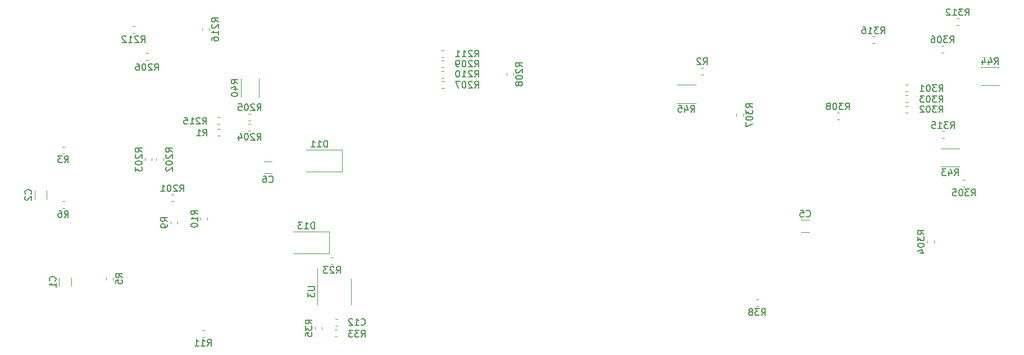
<source format=gbo>
G04 #@! TF.GenerationSoftware,KiCad,Pcbnew,(5.1.4)-1*
G04 #@! TF.CreationDate,2020-04-06T11:46:24-04:00*
G04 #@! TF.ProjectId,AAMB,41414d42-2e6b-4696-9361-645f70636258,rev?*
G04 #@! TF.SameCoordinates,Original*
G04 #@! TF.FileFunction,Legend,Bot*
G04 #@! TF.FilePolarity,Positive*
%FSLAX46Y46*%
G04 Gerber Fmt 4.6, Leading zero omitted, Abs format (unit mm)*
G04 Created by KiCad (PCBNEW (5.1.4)-1) date 2020-04-06 11:46:24*
%MOMM*%
%LPD*%
G04 APERTURE LIST*
%ADD10C,0.120000*%
%ADD11C,0.150000*%
G04 APERTURE END LIST*
D10*
X111144733Y-118556000D02*
X111487267Y-118556000D01*
X111144733Y-117536000D02*
X111487267Y-117536000D01*
X112176000Y-91949000D02*
X106776000Y-91949000D01*
X112176000Y-95249000D02*
X106776000Y-95249000D01*
X112176000Y-91949000D02*
X112176000Y-95249000D01*
X110207000Y-104268000D02*
X110207000Y-107568000D01*
X110207000Y-107568000D02*
X104807000Y-107568000D01*
X110207000Y-104268000D02*
X104807000Y-104268000D01*
X93770267Y-88771000D02*
X93427733Y-88771000D01*
X93770267Y-89791000D02*
X93427733Y-89791000D01*
X69996233Y-92521500D02*
X70338767Y-92521500D01*
X69996233Y-91501500D02*
X70338767Y-91501500D01*
X77662500Y-111550267D02*
X77662500Y-111207733D01*
X76642500Y-111550267D02*
X76642500Y-111207733D01*
X86332600Y-102762733D02*
X86332600Y-103105267D01*
X87352600Y-102762733D02*
X87352600Y-103105267D01*
X91886500Y-102176733D02*
X91886500Y-102519267D01*
X90866500Y-102176733D02*
X90866500Y-102519267D01*
X110508733Y-109222000D02*
X110851267Y-109222000D01*
X110508733Y-108202000D02*
X110851267Y-108202000D01*
X111423267Y-120144000D02*
X111080733Y-120144000D01*
X111423267Y-119124000D02*
X111080733Y-119124000D01*
X109158000Y-119043267D02*
X109158000Y-118700733D01*
X108138000Y-119043267D02*
X108138000Y-118700733D01*
X174580733Y-114552000D02*
X174923267Y-114552000D01*
X174580733Y-115572000D02*
X174923267Y-115572000D01*
X86456733Y-98740500D02*
X86799267Y-98740500D01*
X86456733Y-99760500D02*
X86799267Y-99760500D01*
X85219000Y-93593767D02*
X85219000Y-93251233D01*
X84199000Y-93593767D02*
X84199000Y-93251233D01*
X82484500Y-93251233D02*
X82484500Y-93593767D01*
X83504500Y-93251233D02*
X83504500Y-93593767D01*
X98077233Y-88072500D02*
X98419767Y-88072500D01*
X98077233Y-89092500D02*
X98419767Y-89092500D01*
X98419767Y-86485000D02*
X98077233Y-86485000D01*
X98419767Y-87505000D02*
X98077233Y-87505000D01*
X82646733Y-78424500D02*
X82989267Y-78424500D01*
X82646733Y-77404500D02*
X82989267Y-77404500D01*
X127552267Y-81595500D02*
X127209733Y-81595500D01*
X127552267Y-82615500D02*
X127209733Y-82615500D01*
X127538267Y-79504000D02*
X127195733Y-79504000D01*
X127538267Y-78484000D02*
X127195733Y-78484000D01*
X127195733Y-81091500D02*
X127538267Y-81091500D01*
X127195733Y-80071500D02*
X127538267Y-80071500D01*
X127160733Y-76960000D02*
X127503267Y-76960000D01*
X127160733Y-77980000D02*
X127503267Y-77980000D01*
X80600733Y-73340500D02*
X80943267Y-73340500D01*
X80600733Y-74360500D02*
X80943267Y-74360500D01*
X93756267Y-86993000D02*
X93413733Y-86993000D01*
X93756267Y-88013000D02*
X93413733Y-88013000D01*
X91120500Y-73944267D02*
X91120500Y-73601733D01*
X92140500Y-73944267D02*
X92140500Y-73601733D01*
X197465267Y-84736400D02*
X197122733Y-84736400D01*
X197465267Y-83716400D02*
X197122733Y-83716400D01*
X197479267Y-86362000D02*
X197136733Y-86362000D01*
X197479267Y-85342000D02*
X197136733Y-85342000D01*
X197122733Y-82116200D02*
X197465267Y-82116200D01*
X197122733Y-83136200D02*
X197465267Y-83136200D01*
X201424000Y-105682733D02*
X201424000Y-106025267D01*
X200404000Y-105682733D02*
X200404000Y-106025267D01*
X205758733Y-97538000D02*
X206101267Y-97538000D01*
X205758733Y-96518000D02*
X206101267Y-96518000D01*
X202877267Y-76261500D02*
X202534733Y-76261500D01*
X202877267Y-77281500D02*
X202534733Y-77281500D01*
X205163267Y-73154000D02*
X204820733Y-73154000D01*
X205163267Y-72134000D02*
X204820733Y-72134000D01*
X202622333Y-90172000D02*
X202964867Y-90172000D01*
X202622333Y-89152000D02*
X202964867Y-89152000D01*
X192449267Y-75884500D02*
X192106733Y-75884500D01*
X192449267Y-74864500D02*
X192106733Y-74864500D01*
X108438000Y-113348000D02*
X108438000Y-109898000D01*
X108438000Y-113348000D02*
X108438000Y-115298000D01*
X113558000Y-113348000D02*
X113558000Y-111398000D01*
X113558000Y-113348000D02*
X113558000Y-115298000D01*
X166619267Y-80583500D02*
X166276733Y-80583500D01*
X166619267Y-79563500D02*
X166276733Y-79563500D01*
X69996233Y-99756000D02*
X70338767Y-99756000D01*
X69996233Y-100776000D02*
X70338767Y-100776000D01*
X69511500Y-111284936D02*
X69511500Y-112489064D01*
X71331500Y-111284936D02*
X71331500Y-112489064D01*
X67648500Y-98167436D02*
X67648500Y-99371564D01*
X65828500Y-98167436D02*
X65828500Y-99371564D01*
X137988000Y-80689267D02*
X137988000Y-80346733D01*
X136968000Y-80689267D02*
X136968000Y-80346733D01*
X91078233Y-119188000D02*
X91420767Y-119188000D01*
X91078233Y-120208000D02*
X91420767Y-120208000D01*
X211256164Y-82233600D02*
X208452036Y-82233600D01*
X211256164Y-79513600D02*
X208452036Y-79513600D01*
X202458336Y-91756400D02*
X205262464Y-91756400D01*
X202458336Y-94476400D02*
X205262464Y-94476400D01*
X99658000Y-81211436D02*
X99658000Y-84015564D01*
X96938000Y-81211436D02*
X96938000Y-84015564D01*
X182593064Y-104352000D02*
X181388936Y-104352000D01*
X182593064Y-102532000D02*
X181388936Y-102532000D01*
X100399936Y-95525000D02*
X101604064Y-95525000D01*
X100399936Y-93705000D02*
X101604064Y-93705000D01*
X162681936Y-82155200D02*
X165486064Y-82155200D01*
X162681936Y-84875200D02*
X165486064Y-84875200D01*
X172671200Y-86875467D02*
X172671200Y-86532933D01*
X171651200Y-86875467D02*
X171651200Y-86532933D01*
X187115267Y-87378000D02*
X186772733Y-87378000D01*
X187115267Y-86358000D02*
X186772733Y-86358000D01*
D11*
X115069857Y-118340142D02*
X115117476Y-118387761D01*
X115260333Y-118435380D01*
X115355571Y-118435380D01*
X115498428Y-118387761D01*
X115593666Y-118292523D01*
X115641285Y-118197285D01*
X115688904Y-118006809D01*
X115688904Y-117863952D01*
X115641285Y-117673476D01*
X115593666Y-117578238D01*
X115498428Y-117483000D01*
X115355571Y-117435380D01*
X115260333Y-117435380D01*
X115117476Y-117483000D01*
X115069857Y-117530619D01*
X114117476Y-118435380D02*
X114688904Y-118435380D01*
X114403190Y-118435380D02*
X114403190Y-117435380D01*
X114498428Y-117578238D01*
X114593666Y-117673476D01*
X114688904Y-117721095D01*
X113736523Y-117530619D02*
X113688904Y-117483000D01*
X113593666Y-117435380D01*
X113355571Y-117435380D01*
X113260333Y-117483000D01*
X113212714Y-117530619D01*
X113165095Y-117625857D01*
X113165095Y-117721095D01*
X113212714Y-117863952D01*
X113784142Y-118435380D01*
X113165095Y-118435380D01*
X109990285Y-91551380D02*
X109990285Y-90551380D01*
X109752190Y-90551380D01*
X109609333Y-90599000D01*
X109514095Y-90694238D01*
X109466476Y-90789476D01*
X109418857Y-90979952D01*
X109418857Y-91122809D01*
X109466476Y-91313285D01*
X109514095Y-91408523D01*
X109609333Y-91503761D01*
X109752190Y-91551380D01*
X109990285Y-91551380D01*
X108466476Y-91551380D02*
X109037904Y-91551380D01*
X108752190Y-91551380D02*
X108752190Y-90551380D01*
X108847428Y-90694238D01*
X108942666Y-90789476D01*
X109037904Y-90837095D01*
X107514095Y-91551380D02*
X108085523Y-91551380D01*
X107799809Y-91551380D02*
X107799809Y-90551380D01*
X107895047Y-90694238D01*
X107990285Y-90789476D01*
X108085523Y-90837095D01*
X108021285Y-103870380D02*
X108021285Y-102870380D01*
X107783190Y-102870380D01*
X107640333Y-102918000D01*
X107545095Y-103013238D01*
X107497476Y-103108476D01*
X107449857Y-103298952D01*
X107449857Y-103441809D01*
X107497476Y-103632285D01*
X107545095Y-103727523D01*
X107640333Y-103822761D01*
X107783190Y-103870380D01*
X108021285Y-103870380D01*
X106497476Y-103870380D02*
X107068904Y-103870380D01*
X106783190Y-103870380D02*
X106783190Y-102870380D01*
X106878428Y-103013238D01*
X106973666Y-103108476D01*
X107068904Y-103156095D01*
X106164142Y-102870380D02*
X105545095Y-102870380D01*
X105878428Y-103251333D01*
X105735571Y-103251333D01*
X105640333Y-103298952D01*
X105592714Y-103346571D01*
X105545095Y-103441809D01*
X105545095Y-103679904D01*
X105592714Y-103775142D01*
X105640333Y-103822761D01*
X105735571Y-103870380D01*
X106021285Y-103870380D01*
X106116523Y-103822761D01*
X106164142Y-103775142D01*
X91225666Y-89860380D02*
X91559000Y-89384190D01*
X91797095Y-89860380D02*
X91797095Y-88860380D01*
X91416142Y-88860380D01*
X91320904Y-88908000D01*
X91273285Y-88955619D01*
X91225666Y-89050857D01*
X91225666Y-89193714D01*
X91273285Y-89288952D01*
X91320904Y-89336571D01*
X91416142Y-89384190D01*
X91797095Y-89384190D01*
X90273285Y-89860380D02*
X90844714Y-89860380D01*
X90559000Y-89860380D02*
X90559000Y-88860380D01*
X90654238Y-89003238D01*
X90749476Y-89098476D01*
X90844714Y-89146095D01*
X70334166Y-93893880D02*
X70667500Y-93417690D01*
X70905595Y-93893880D02*
X70905595Y-92893880D01*
X70524642Y-92893880D01*
X70429404Y-92941500D01*
X70381785Y-92989119D01*
X70334166Y-93084357D01*
X70334166Y-93227214D01*
X70381785Y-93322452D01*
X70429404Y-93370071D01*
X70524642Y-93417690D01*
X70905595Y-93417690D01*
X70000833Y-92893880D02*
X69381785Y-92893880D01*
X69715119Y-93274833D01*
X69572261Y-93274833D01*
X69477023Y-93322452D01*
X69429404Y-93370071D01*
X69381785Y-93465309D01*
X69381785Y-93703404D01*
X69429404Y-93798642D01*
X69477023Y-93846261D01*
X69572261Y-93893880D01*
X69857976Y-93893880D01*
X69953214Y-93846261D01*
X70000833Y-93798642D01*
X79034880Y-111212333D02*
X78558690Y-110879000D01*
X79034880Y-110640904D02*
X78034880Y-110640904D01*
X78034880Y-111021857D01*
X78082500Y-111117095D01*
X78130119Y-111164714D01*
X78225357Y-111212333D01*
X78368214Y-111212333D01*
X78463452Y-111164714D01*
X78511071Y-111117095D01*
X78558690Y-111021857D01*
X78558690Y-110640904D01*
X78034880Y-112117095D02*
X78034880Y-111640904D01*
X78511071Y-111593285D01*
X78463452Y-111640904D01*
X78415833Y-111736142D01*
X78415833Y-111974238D01*
X78463452Y-112069476D01*
X78511071Y-112117095D01*
X78606309Y-112164714D01*
X78844404Y-112164714D01*
X78939642Y-112117095D01*
X78987261Y-112069476D01*
X79034880Y-111974238D01*
X79034880Y-111736142D01*
X78987261Y-111640904D01*
X78939642Y-111593285D01*
X85864980Y-102767333D02*
X85388790Y-102434000D01*
X85864980Y-102195904D02*
X84864980Y-102195904D01*
X84864980Y-102576857D01*
X84912600Y-102672095D01*
X84960219Y-102719714D01*
X85055457Y-102767333D01*
X85198314Y-102767333D01*
X85293552Y-102719714D01*
X85341171Y-102672095D01*
X85388790Y-102576857D01*
X85388790Y-102195904D01*
X85864980Y-103243523D02*
X85864980Y-103434000D01*
X85817361Y-103529238D01*
X85769742Y-103576857D01*
X85626885Y-103672095D01*
X85436409Y-103719714D01*
X85055457Y-103719714D01*
X84960219Y-103672095D01*
X84912600Y-103624476D01*
X84864980Y-103529238D01*
X84864980Y-103338761D01*
X84912600Y-103243523D01*
X84960219Y-103195904D01*
X85055457Y-103148285D01*
X85293552Y-103148285D01*
X85388790Y-103195904D01*
X85436409Y-103243523D01*
X85484028Y-103338761D01*
X85484028Y-103529238D01*
X85436409Y-103624476D01*
X85388790Y-103672095D01*
X85293552Y-103719714D01*
X90398880Y-101705142D02*
X89922690Y-101371809D01*
X90398880Y-101133714D02*
X89398880Y-101133714D01*
X89398880Y-101514666D01*
X89446500Y-101609904D01*
X89494119Y-101657523D01*
X89589357Y-101705142D01*
X89732214Y-101705142D01*
X89827452Y-101657523D01*
X89875071Y-101609904D01*
X89922690Y-101514666D01*
X89922690Y-101133714D01*
X90398880Y-102657523D02*
X90398880Y-102086095D01*
X90398880Y-102371809D02*
X89398880Y-102371809D01*
X89541738Y-102276571D01*
X89636976Y-102181333D01*
X89684595Y-102086095D01*
X89398880Y-103276571D02*
X89398880Y-103371809D01*
X89446500Y-103467047D01*
X89494119Y-103514666D01*
X89589357Y-103562285D01*
X89779833Y-103609904D01*
X90017928Y-103609904D01*
X90208404Y-103562285D01*
X90303642Y-103514666D01*
X90351261Y-103467047D01*
X90398880Y-103371809D01*
X90398880Y-103276571D01*
X90351261Y-103181333D01*
X90303642Y-103133714D01*
X90208404Y-103086095D01*
X90017928Y-103038476D01*
X89779833Y-103038476D01*
X89589357Y-103086095D01*
X89494119Y-103133714D01*
X89446500Y-103181333D01*
X89398880Y-103276571D01*
X111322857Y-110594380D02*
X111656190Y-110118190D01*
X111894285Y-110594380D02*
X111894285Y-109594380D01*
X111513333Y-109594380D01*
X111418095Y-109642000D01*
X111370476Y-109689619D01*
X111322857Y-109784857D01*
X111322857Y-109927714D01*
X111370476Y-110022952D01*
X111418095Y-110070571D01*
X111513333Y-110118190D01*
X111894285Y-110118190D01*
X110941904Y-109689619D02*
X110894285Y-109642000D01*
X110799047Y-109594380D01*
X110560952Y-109594380D01*
X110465714Y-109642000D01*
X110418095Y-109689619D01*
X110370476Y-109784857D01*
X110370476Y-109880095D01*
X110418095Y-110022952D01*
X110989523Y-110594380D01*
X110370476Y-110594380D01*
X110037142Y-109594380D02*
X109418095Y-109594380D01*
X109751428Y-109975333D01*
X109608571Y-109975333D01*
X109513333Y-110022952D01*
X109465714Y-110070571D01*
X109418095Y-110165809D01*
X109418095Y-110403904D01*
X109465714Y-110499142D01*
X109513333Y-110546761D01*
X109608571Y-110594380D01*
X109894285Y-110594380D01*
X109989523Y-110546761D01*
X110037142Y-110499142D01*
X115069857Y-120213380D02*
X115403190Y-119737190D01*
X115641285Y-120213380D02*
X115641285Y-119213380D01*
X115260333Y-119213380D01*
X115165095Y-119261000D01*
X115117476Y-119308619D01*
X115069857Y-119403857D01*
X115069857Y-119546714D01*
X115117476Y-119641952D01*
X115165095Y-119689571D01*
X115260333Y-119737190D01*
X115641285Y-119737190D01*
X114736523Y-119213380D02*
X114117476Y-119213380D01*
X114450809Y-119594333D01*
X114307952Y-119594333D01*
X114212714Y-119641952D01*
X114165095Y-119689571D01*
X114117476Y-119784809D01*
X114117476Y-120022904D01*
X114165095Y-120118142D01*
X114212714Y-120165761D01*
X114307952Y-120213380D01*
X114593666Y-120213380D01*
X114688904Y-120165761D01*
X114736523Y-120118142D01*
X113784142Y-119213380D02*
X113165095Y-119213380D01*
X113498428Y-119594333D01*
X113355571Y-119594333D01*
X113260333Y-119641952D01*
X113212714Y-119689571D01*
X113165095Y-119784809D01*
X113165095Y-120022904D01*
X113212714Y-120118142D01*
X113260333Y-120165761D01*
X113355571Y-120213380D01*
X113641285Y-120213380D01*
X113736523Y-120165761D01*
X113784142Y-120118142D01*
X107640380Y-118229142D02*
X107164190Y-117895809D01*
X107640380Y-117657714D02*
X106640380Y-117657714D01*
X106640380Y-118038666D01*
X106688000Y-118133904D01*
X106735619Y-118181523D01*
X106830857Y-118229142D01*
X106973714Y-118229142D01*
X107068952Y-118181523D01*
X107116571Y-118133904D01*
X107164190Y-118038666D01*
X107164190Y-117657714D01*
X106640380Y-118562476D02*
X106640380Y-119181523D01*
X107021333Y-118848190D01*
X107021333Y-118991047D01*
X107068952Y-119086285D01*
X107116571Y-119133904D01*
X107211809Y-119181523D01*
X107449904Y-119181523D01*
X107545142Y-119133904D01*
X107592761Y-119086285D01*
X107640380Y-118991047D01*
X107640380Y-118705333D01*
X107592761Y-118610095D01*
X107545142Y-118562476D01*
X106640380Y-120086285D02*
X106640380Y-119610095D01*
X107116571Y-119562476D01*
X107068952Y-119610095D01*
X107021333Y-119705333D01*
X107021333Y-119943428D01*
X107068952Y-120038666D01*
X107116571Y-120086285D01*
X107211809Y-120133904D01*
X107449904Y-120133904D01*
X107545142Y-120086285D01*
X107592761Y-120038666D01*
X107640380Y-119943428D01*
X107640380Y-119705333D01*
X107592761Y-119610095D01*
X107545142Y-119562476D01*
X175394857Y-116944380D02*
X175728190Y-116468190D01*
X175966285Y-116944380D02*
X175966285Y-115944380D01*
X175585333Y-115944380D01*
X175490095Y-115992000D01*
X175442476Y-116039619D01*
X175394857Y-116134857D01*
X175394857Y-116277714D01*
X175442476Y-116372952D01*
X175490095Y-116420571D01*
X175585333Y-116468190D01*
X175966285Y-116468190D01*
X175061523Y-115944380D02*
X174442476Y-115944380D01*
X174775809Y-116325333D01*
X174632952Y-116325333D01*
X174537714Y-116372952D01*
X174490095Y-116420571D01*
X174442476Y-116515809D01*
X174442476Y-116753904D01*
X174490095Y-116849142D01*
X174537714Y-116896761D01*
X174632952Y-116944380D01*
X174918666Y-116944380D01*
X175013904Y-116896761D01*
X175061523Y-116849142D01*
X173871047Y-116372952D02*
X173966285Y-116325333D01*
X174013904Y-116277714D01*
X174061523Y-116182476D01*
X174061523Y-116134857D01*
X174013904Y-116039619D01*
X173966285Y-115992000D01*
X173871047Y-115944380D01*
X173680571Y-115944380D01*
X173585333Y-115992000D01*
X173537714Y-116039619D01*
X173490095Y-116134857D01*
X173490095Y-116182476D01*
X173537714Y-116277714D01*
X173585333Y-116325333D01*
X173680571Y-116372952D01*
X173871047Y-116372952D01*
X173966285Y-116420571D01*
X174013904Y-116468190D01*
X174061523Y-116563428D01*
X174061523Y-116753904D01*
X174013904Y-116849142D01*
X173966285Y-116896761D01*
X173871047Y-116944380D01*
X173680571Y-116944380D01*
X173585333Y-116896761D01*
X173537714Y-116849142D01*
X173490095Y-116753904D01*
X173490095Y-116563428D01*
X173537714Y-116468190D01*
X173585333Y-116420571D01*
X173680571Y-116372952D01*
X87733047Y-98242380D02*
X88066380Y-97766190D01*
X88304476Y-98242380D02*
X88304476Y-97242380D01*
X87923523Y-97242380D01*
X87828285Y-97290000D01*
X87780666Y-97337619D01*
X87733047Y-97432857D01*
X87733047Y-97575714D01*
X87780666Y-97670952D01*
X87828285Y-97718571D01*
X87923523Y-97766190D01*
X88304476Y-97766190D01*
X87352095Y-97337619D02*
X87304476Y-97290000D01*
X87209238Y-97242380D01*
X86971142Y-97242380D01*
X86875904Y-97290000D01*
X86828285Y-97337619D01*
X86780666Y-97432857D01*
X86780666Y-97528095D01*
X86828285Y-97670952D01*
X87399714Y-98242380D01*
X86780666Y-98242380D01*
X86161619Y-97242380D02*
X86066380Y-97242380D01*
X85971142Y-97290000D01*
X85923523Y-97337619D01*
X85875904Y-97432857D01*
X85828285Y-97623333D01*
X85828285Y-97861428D01*
X85875904Y-98051904D01*
X85923523Y-98147142D01*
X85971142Y-98194761D01*
X86066380Y-98242380D01*
X86161619Y-98242380D01*
X86256857Y-98194761D01*
X86304476Y-98147142D01*
X86352095Y-98051904D01*
X86399714Y-97861428D01*
X86399714Y-97623333D01*
X86352095Y-97432857D01*
X86304476Y-97337619D01*
X86256857Y-97290000D01*
X86161619Y-97242380D01*
X84875904Y-98242380D02*
X85447333Y-98242380D01*
X85161619Y-98242380D02*
X85161619Y-97242380D01*
X85256857Y-97385238D01*
X85352095Y-97480476D01*
X85447333Y-97528095D01*
X86591380Y-92303452D02*
X86115190Y-91970119D01*
X86591380Y-91732023D02*
X85591380Y-91732023D01*
X85591380Y-92112976D01*
X85639000Y-92208214D01*
X85686619Y-92255833D01*
X85781857Y-92303452D01*
X85924714Y-92303452D01*
X86019952Y-92255833D01*
X86067571Y-92208214D01*
X86115190Y-92112976D01*
X86115190Y-91732023D01*
X85686619Y-92684404D02*
X85639000Y-92732023D01*
X85591380Y-92827261D01*
X85591380Y-93065357D01*
X85639000Y-93160595D01*
X85686619Y-93208214D01*
X85781857Y-93255833D01*
X85877095Y-93255833D01*
X86019952Y-93208214D01*
X86591380Y-92636785D01*
X86591380Y-93255833D01*
X85591380Y-93874880D02*
X85591380Y-93970119D01*
X85639000Y-94065357D01*
X85686619Y-94112976D01*
X85781857Y-94160595D01*
X85972333Y-94208214D01*
X86210428Y-94208214D01*
X86400904Y-94160595D01*
X86496142Y-94112976D01*
X86543761Y-94065357D01*
X86591380Y-93970119D01*
X86591380Y-93874880D01*
X86543761Y-93779642D01*
X86496142Y-93732023D01*
X86400904Y-93684404D01*
X86210428Y-93636785D01*
X85972333Y-93636785D01*
X85781857Y-93684404D01*
X85686619Y-93732023D01*
X85639000Y-93779642D01*
X85591380Y-93874880D01*
X85686619Y-94589166D02*
X85639000Y-94636785D01*
X85591380Y-94732023D01*
X85591380Y-94970119D01*
X85639000Y-95065357D01*
X85686619Y-95112976D01*
X85781857Y-95160595D01*
X85877095Y-95160595D01*
X86019952Y-95112976D01*
X86591380Y-94541547D01*
X86591380Y-95160595D01*
X82016880Y-92303452D02*
X81540690Y-91970119D01*
X82016880Y-91732023D02*
X81016880Y-91732023D01*
X81016880Y-92112976D01*
X81064500Y-92208214D01*
X81112119Y-92255833D01*
X81207357Y-92303452D01*
X81350214Y-92303452D01*
X81445452Y-92255833D01*
X81493071Y-92208214D01*
X81540690Y-92112976D01*
X81540690Y-91732023D01*
X81112119Y-92684404D02*
X81064500Y-92732023D01*
X81016880Y-92827261D01*
X81016880Y-93065357D01*
X81064500Y-93160595D01*
X81112119Y-93208214D01*
X81207357Y-93255833D01*
X81302595Y-93255833D01*
X81445452Y-93208214D01*
X82016880Y-92636785D01*
X82016880Y-93255833D01*
X81016880Y-93874880D02*
X81016880Y-93970119D01*
X81064500Y-94065357D01*
X81112119Y-94112976D01*
X81207357Y-94160595D01*
X81397833Y-94208214D01*
X81635928Y-94208214D01*
X81826404Y-94160595D01*
X81921642Y-94112976D01*
X81969261Y-94065357D01*
X82016880Y-93970119D01*
X82016880Y-93874880D01*
X81969261Y-93779642D01*
X81921642Y-93732023D01*
X81826404Y-93684404D01*
X81635928Y-93636785D01*
X81397833Y-93636785D01*
X81207357Y-93684404D01*
X81112119Y-93732023D01*
X81064500Y-93779642D01*
X81016880Y-93874880D01*
X81016880Y-94541547D02*
X81016880Y-95160595D01*
X81397833Y-94827261D01*
X81397833Y-94970119D01*
X81445452Y-95065357D01*
X81493071Y-95112976D01*
X81588309Y-95160595D01*
X81826404Y-95160595D01*
X81921642Y-95112976D01*
X81969261Y-95065357D01*
X82016880Y-94970119D01*
X82016880Y-94684404D01*
X81969261Y-94589166D01*
X81921642Y-94541547D01*
X99367547Y-90464880D02*
X99700880Y-89988690D01*
X99938976Y-90464880D02*
X99938976Y-89464880D01*
X99558023Y-89464880D01*
X99462785Y-89512500D01*
X99415166Y-89560119D01*
X99367547Y-89655357D01*
X99367547Y-89798214D01*
X99415166Y-89893452D01*
X99462785Y-89941071D01*
X99558023Y-89988690D01*
X99938976Y-89988690D01*
X98986595Y-89560119D02*
X98938976Y-89512500D01*
X98843738Y-89464880D01*
X98605642Y-89464880D01*
X98510404Y-89512500D01*
X98462785Y-89560119D01*
X98415166Y-89655357D01*
X98415166Y-89750595D01*
X98462785Y-89893452D01*
X99034214Y-90464880D01*
X98415166Y-90464880D01*
X97796119Y-89464880D02*
X97700880Y-89464880D01*
X97605642Y-89512500D01*
X97558023Y-89560119D01*
X97510404Y-89655357D01*
X97462785Y-89845833D01*
X97462785Y-90083928D01*
X97510404Y-90274404D01*
X97558023Y-90369642D01*
X97605642Y-90417261D01*
X97700880Y-90464880D01*
X97796119Y-90464880D01*
X97891357Y-90417261D01*
X97938976Y-90369642D01*
X97986595Y-90274404D01*
X98034214Y-90083928D01*
X98034214Y-89845833D01*
X97986595Y-89655357D01*
X97938976Y-89560119D01*
X97891357Y-89512500D01*
X97796119Y-89464880D01*
X96605642Y-89798214D02*
X96605642Y-90464880D01*
X96843738Y-89417261D02*
X97081833Y-90131547D01*
X96462785Y-90131547D01*
X99367547Y-86017380D02*
X99700880Y-85541190D01*
X99938976Y-86017380D02*
X99938976Y-85017380D01*
X99558023Y-85017380D01*
X99462785Y-85065000D01*
X99415166Y-85112619D01*
X99367547Y-85207857D01*
X99367547Y-85350714D01*
X99415166Y-85445952D01*
X99462785Y-85493571D01*
X99558023Y-85541190D01*
X99938976Y-85541190D01*
X98986595Y-85112619D02*
X98938976Y-85065000D01*
X98843738Y-85017380D01*
X98605642Y-85017380D01*
X98510404Y-85065000D01*
X98462785Y-85112619D01*
X98415166Y-85207857D01*
X98415166Y-85303095D01*
X98462785Y-85445952D01*
X99034214Y-86017380D01*
X98415166Y-86017380D01*
X97796119Y-85017380D02*
X97700880Y-85017380D01*
X97605642Y-85065000D01*
X97558023Y-85112619D01*
X97510404Y-85207857D01*
X97462785Y-85398333D01*
X97462785Y-85636428D01*
X97510404Y-85826904D01*
X97558023Y-85922142D01*
X97605642Y-85969761D01*
X97700880Y-86017380D01*
X97796119Y-86017380D01*
X97891357Y-85969761D01*
X97938976Y-85922142D01*
X97986595Y-85826904D01*
X98034214Y-85636428D01*
X98034214Y-85398333D01*
X97986595Y-85207857D01*
X97938976Y-85112619D01*
X97891357Y-85065000D01*
X97796119Y-85017380D01*
X96558023Y-85017380D02*
X97034214Y-85017380D01*
X97081833Y-85493571D01*
X97034214Y-85445952D01*
X96938976Y-85398333D01*
X96700880Y-85398333D01*
X96605642Y-85445952D01*
X96558023Y-85493571D01*
X96510404Y-85588809D01*
X96510404Y-85826904D01*
X96558023Y-85922142D01*
X96605642Y-85969761D01*
X96700880Y-86017380D01*
X96938976Y-86017380D01*
X97034214Y-85969761D01*
X97081833Y-85922142D01*
X83923047Y-79954380D02*
X84256380Y-79478190D01*
X84494476Y-79954380D02*
X84494476Y-78954380D01*
X84113523Y-78954380D01*
X84018285Y-79002000D01*
X83970666Y-79049619D01*
X83923047Y-79144857D01*
X83923047Y-79287714D01*
X83970666Y-79382952D01*
X84018285Y-79430571D01*
X84113523Y-79478190D01*
X84494476Y-79478190D01*
X83542095Y-79049619D02*
X83494476Y-79002000D01*
X83399238Y-78954380D01*
X83161142Y-78954380D01*
X83065904Y-79002000D01*
X83018285Y-79049619D01*
X82970666Y-79144857D01*
X82970666Y-79240095D01*
X83018285Y-79382952D01*
X83589714Y-79954380D01*
X82970666Y-79954380D01*
X82351619Y-78954380D02*
X82256380Y-78954380D01*
X82161142Y-79002000D01*
X82113523Y-79049619D01*
X82065904Y-79144857D01*
X82018285Y-79335333D01*
X82018285Y-79573428D01*
X82065904Y-79763904D01*
X82113523Y-79859142D01*
X82161142Y-79906761D01*
X82256380Y-79954380D01*
X82351619Y-79954380D01*
X82446857Y-79906761D01*
X82494476Y-79859142D01*
X82542095Y-79763904D01*
X82589714Y-79573428D01*
X82589714Y-79335333D01*
X82542095Y-79144857D01*
X82494476Y-79049619D01*
X82446857Y-79002000D01*
X82351619Y-78954380D01*
X81161142Y-78954380D02*
X81351619Y-78954380D01*
X81446857Y-79002000D01*
X81494476Y-79049619D01*
X81589714Y-79192476D01*
X81637333Y-79382952D01*
X81637333Y-79763904D01*
X81589714Y-79859142D01*
X81542095Y-79906761D01*
X81446857Y-79954380D01*
X81256380Y-79954380D01*
X81161142Y-79906761D01*
X81113523Y-79859142D01*
X81065904Y-79763904D01*
X81065904Y-79525809D01*
X81113523Y-79430571D01*
X81161142Y-79382952D01*
X81256380Y-79335333D01*
X81446857Y-79335333D01*
X81542095Y-79382952D01*
X81589714Y-79430571D01*
X81637333Y-79525809D01*
X132183047Y-82621380D02*
X132516380Y-82145190D01*
X132754476Y-82621380D02*
X132754476Y-81621380D01*
X132373523Y-81621380D01*
X132278285Y-81669000D01*
X132230666Y-81716619D01*
X132183047Y-81811857D01*
X132183047Y-81954714D01*
X132230666Y-82049952D01*
X132278285Y-82097571D01*
X132373523Y-82145190D01*
X132754476Y-82145190D01*
X131802095Y-81716619D02*
X131754476Y-81669000D01*
X131659238Y-81621380D01*
X131421142Y-81621380D01*
X131325904Y-81669000D01*
X131278285Y-81716619D01*
X131230666Y-81811857D01*
X131230666Y-81907095D01*
X131278285Y-82049952D01*
X131849714Y-82621380D01*
X131230666Y-82621380D01*
X130611619Y-81621380D02*
X130516380Y-81621380D01*
X130421142Y-81669000D01*
X130373523Y-81716619D01*
X130325904Y-81811857D01*
X130278285Y-82002333D01*
X130278285Y-82240428D01*
X130325904Y-82430904D01*
X130373523Y-82526142D01*
X130421142Y-82573761D01*
X130516380Y-82621380D01*
X130611619Y-82621380D01*
X130706857Y-82573761D01*
X130754476Y-82526142D01*
X130802095Y-82430904D01*
X130849714Y-82240428D01*
X130849714Y-82002333D01*
X130802095Y-81811857D01*
X130754476Y-81716619D01*
X130706857Y-81669000D01*
X130611619Y-81621380D01*
X129944952Y-81621380D02*
X129278285Y-81621380D01*
X129706857Y-82621380D01*
X132183047Y-79446380D02*
X132516380Y-78970190D01*
X132754476Y-79446380D02*
X132754476Y-78446380D01*
X132373523Y-78446380D01*
X132278285Y-78494000D01*
X132230666Y-78541619D01*
X132183047Y-78636857D01*
X132183047Y-78779714D01*
X132230666Y-78874952D01*
X132278285Y-78922571D01*
X132373523Y-78970190D01*
X132754476Y-78970190D01*
X131802095Y-78541619D02*
X131754476Y-78494000D01*
X131659238Y-78446380D01*
X131421142Y-78446380D01*
X131325904Y-78494000D01*
X131278285Y-78541619D01*
X131230666Y-78636857D01*
X131230666Y-78732095D01*
X131278285Y-78874952D01*
X131849714Y-79446380D01*
X131230666Y-79446380D01*
X130611619Y-78446380D02*
X130516380Y-78446380D01*
X130421142Y-78494000D01*
X130373523Y-78541619D01*
X130325904Y-78636857D01*
X130278285Y-78827333D01*
X130278285Y-79065428D01*
X130325904Y-79255904D01*
X130373523Y-79351142D01*
X130421142Y-79398761D01*
X130516380Y-79446380D01*
X130611619Y-79446380D01*
X130706857Y-79398761D01*
X130754476Y-79351142D01*
X130802095Y-79255904D01*
X130849714Y-79065428D01*
X130849714Y-78827333D01*
X130802095Y-78636857D01*
X130754476Y-78541619D01*
X130706857Y-78494000D01*
X130611619Y-78446380D01*
X129802095Y-79446380D02*
X129611619Y-79446380D01*
X129516380Y-79398761D01*
X129468761Y-79351142D01*
X129373523Y-79208285D01*
X129325904Y-79017809D01*
X129325904Y-78636857D01*
X129373523Y-78541619D01*
X129421142Y-78494000D01*
X129516380Y-78446380D01*
X129706857Y-78446380D01*
X129802095Y-78494000D01*
X129849714Y-78541619D01*
X129897333Y-78636857D01*
X129897333Y-78874952D01*
X129849714Y-78970190D01*
X129802095Y-79017809D01*
X129706857Y-79065428D01*
X129516380Y-79065428D01*
X129421142Y-79017809D01*
X129373523Y-78970190D01*
X129325904Y-78874952D01*
X132183047Y-80970380D02*
X132516380Y-80494190D01*
X132754476Y-80970380D02*
X132754476Y-79970380D01*
X132373523Y-79970380D01*
X132278285Y-80018000D01*
X132230666Y-80065619D01*
X132183047Y-80160857D01*
X132183047Y-80303714D01*
X132230666Y-80398952D01*
X132278285Y-80446571D01*
X132373523Y-80494190D01*
X132754476Y-80494190D01*
X131802095Y-80065619D02*
X131754476Y-80018000D01*
X131659238Y-79970380D01*
X131421142Y-79970380D01*
X131325904Y-80018000D01*
X131278285Y-80065619D01*
X131230666Y-80160857D01*
X131230666Y-80256095D01*
X131278285Y-80398952D01*
X131849714Y-80970380D01*
X131230666Y-80970380D01*
X130278285Y-80970380D02*
X130849714Y-80970380D01*
X130564000Y-80970380D02*
X130564000Y-79970380D01*
X130659238Y-80113238D01*
X130754476Y-80208476D01*
X130849714Y-80256095D01*
X129659238Y-79970380D02*
X129564000Y-79970380D01*
X129468761Y-80018000D01*
X129421142Y-80065619D01*
X129373523Y-80160857D01*
X129325904Y-80351333D01*
X129325904Y-80589428D01*
X129373523Y-80779904D01*
X129421142Y-80875142D01*
X129468761Y-80922761D01*
X129564000Y-80970380D01*
X129659238Y-80970380D01*
X129754476Y-80922761D01*
X129802095Y-80875142D01*
X129849714Y-80779904D01*
X129897333Y-80589428D01*
X129897333Y-80351333D01*
X129849714Y-80160857D01*
X129802095Y-80065619D01*
X129754476Y-80018000D01*
X129659238Y-79970380D01*
X132183047Y-77922380D02*
X132516380Y-77446190D01*
X132754476Y-77922380D02*
X132754476Y-76922380D01*
X132373523Y-76922380D01*
X132278285Y-76970000D01*
X132230666Y-77017619D01*
X132183047Y-77112857D01*
X132183047Y-77255714D01*
X132230666Y-77350952D01*
X132278285Y-77398571D01*
X132373523Y-77446190D01*
X132754476Y-77446190D01*
X131802095Y-77017619D02*
X131754476Y-76970000D01*
X131659238Y-76922380D01*
X131421142Y-76922380D01*
X131325904Y-76970000D01*
X131278285Y-77017619D01*
X131230666Y-77112857D01*
X131230666Y-77208095D01*
X131278285Y-77350952D01*
X131849714Y-77922380D01*
X131230666Y-77922380D01*
X130278285Y-77922380D02*
X130849714Y-77922380D01*
X130564000Y-77922380D02*
X130564000Y-76922380D01*
X130659238Y-77065238D01*
X130754476Y-77160476D01*
X130849714Y-77208095D01*
X129325904Y-77922380D02*
X129897333Y-77922380D01*
X129611619Y-77922380D02*
X129611619Y-76922380D01*
X129706857Y-77065238D01*
X129802095Y-77160476D01*
X129897333Y-77208095D01*
X81891047Y-75732880D02*
X82224380Y-75256690D01*
X82462476Y-75732880D02*
X82462476Y-74732880D01*
X82081523Y-74732880D01*
X81986285Y-74780500D01*
X81938666Y-74828119D01*
X81891047Y-74923357D01*
X81891047Y-75066214D01*
X81938666Y-75161452D01*
X81986285Y-75209071D01*
X82081523Y-75256690D01*
X82462476Y-75256690D01*
X81510095Y-74828119D02*
X81462476Y-74780500D01*
X81367238Y-74732880D01*
X81129142Y-74732880D01*
X81033904Y-74780500D01*
X80986285Y-74828119D01*
X80938666Y-74923357D01*
X80938666Y-75018595D01*
X80986285Y-75161452D01*
X81557714Y-75732880D01*
X80938666Y-75732880D01*
X79986285Y-75732880D02*
X80557714Y-75732880D01*
X80272000Y-75732880D02*
X80272000Y-74732880D01*
X80367238Y-74875738D01*
X80462476Y-74970976D01*
X80557714Y-75018595D01*
X79605333Y-74828119D02*
X79557714Y-74780500D01*
X79462476Y-74732880D01*
X79224380Y-74732880D01*
X79129142Y-74780500D01*
X79081523Y-74828119D01*
X79033904Y-74923357D01*
X79033904Y-75018595D01*
X79081523Y-75161452D01*
X79652952Y-75732880D01*
X79033904Y-75732880D01*
X91162047Y-88082380D02*
X91495380Y-87606190D01*
X91733476Y-88082380D02*
X91733476Y-87082380D01*
X91352523Y-87082380D01*
X91257285Y-87130000D01*
X91209666Y-87177619D01*
X91162047Y-87272857D01*
X91162047Y-87415714D01*
X91209666Y-87510952D01*
X91257285Y-87558571D01*
X91352523Y-87606190D01*
X91733476Y-87606190D01*
X90781095Y-87177619D02*
X90733476Y-87130000D01*
X90638238Y-87082380D01*
X90400142Y-87082380D01*
X90304904Y-87130000D01*
X90257285Y-87177619D01*
X90209666Y-87272857D01*
X90209666Y-87368095D01*
X90257285Y-87510952D01*
X90828714Y-88082380D01*
X90209666Y-88082380D01*
X89257285Y-88082380D02*
X89828714Y-88082380D01*
X89543000Y-88082380D02*
X89543000Y-87082380D01*
X89638238Y-87225238D01*
X89733476Y-87320476D01*
X89828714Y-87368095D01*
X88352523Y-87082380D02*
X88828714Y-87082380D01*
X88876333Y-87558571D01*
X88828714Y-87510952D01*
X88733476Y-87463333D01*
X88495380Y-87463333D01*
X88400142Y-87510952D01*
X88352523Y-87558571D01*
X88304904Y-87653809D01*
X88304904Y-87891904D01*
X88352523Y-87987142D01*
X88400142Y-88034761D01*
X88495380Y-88082380D01*
X88733476Y-88082380D01*
X88828714Y-88034761D01*
X88876333Y-87987142D01*
X93512880Y-72653952D02*
X93036690Y-72320619D01*
X93512880Y-72082523D02*
X92512880Y-72082523D01*
X92512880Y-72463476D01*
X92560500Y-72558714D01*
X92608119Y-72606333D01*
X92703357Y-72653952D01*
X92846214Y-72653952D01*
X92941452Y-72606333D01*
X92989071Y-72558714D01*
X93036690Y-72463476D01*
X93036690Y-72082523D01*
X92608119Y-73034904D02*
X92560500Y-73082523D01*
X92512880Y-73177761D01*
X92512880Y-73415857D01*
X92560500Y-73511095D01*
X92608119Y-73558714D01*
X92703357Y-73606333D01*
X92798595Y-73606333D01*
X92941452Y-73558714D01*
X93512880Y-72987285D01*
X93512880Y-73606333D01*
X93512880Y-74558714D02*
X93512880Y-73987285D01*
X93512880Y-74273000D02*
X92512880Y-74273000D01*
X92655738Y-74177761D01*
X92750976Y-74082523D01*
X92798595Y-73987285D01*
X92512880Y-75415857D02*
X92512880Y-75225380D01*
X92560500Y-75130142D01*
X92608119Y-75082523D01*
X92750976Y-74987285D01*
X92941452Y-74939666D01*
X93322404Y-74939666D01*
X93417642Y-74987285D01*
X93465261Y-75034904D01*
X93512880Y-75130142D01*
X93512880Y-75320619D01*
X93465261Y-75415857D01*
X93417642Y-75463476D01*
X93322404Y-75511095D01*
X93084309Y-75511095D01*
X92989071Y-75463476D01*
X92941452Y-75415857D01*
X92893833Y-75320619D01*
X92893833Y-75130142D01*
X92941452Y-75034904D01*
X92989071Y-74987285D01*
X93084309Y-74939666D01*
X202160047Y-83129380D02*
X202493380Y-82653190D01*
X202731476Y-83129380D02*
X202731476Y-82129380D01*
X202350523Y-82129380D01*
X202255285Y-82177000D01*
X202207666Y-82224619D01*
X202160047Y-82319857D01*
X202160047Y-82462714D01*
X202207666Y-82557952D01*
X202255285Y-82605571D01*
X202350523Y-82653190D01*
X202731476Y-82653190D01*
X201826714Y-82129380D02*
X201207666Y-82129380D01*
X201541000Y-82510333D01*
X201398142Y-82510333D01*
X201302904Y-82557952D01*
X201255285Y-82605571D01*
X201207666Y-82700809D01*
X201207666Y-82938904D01*
X201255285Y-83034142D01*
X201302904Y-83081761D01*
X201398142Y-83129380D01*
X201683857Y-83129380D01*
X201779095Y-83081761D01*
X201826714Y-83034142D01*
X200588619Y-82129380D02*
X200493380Y-82129380D01*
X200398142Y-82177000D01*
X200350523Y-82224619D01*
X200302904Y-82319857D01*
X200255285Y-82510333D01*
X200255285Y-82748428D01*
X200302904Y-82938904D01*
X200350523Y-83034142D01*
X200398142Y-83081761D01*
X200493380Y-83129380D01*
X200588619Y-83129380D01*
X200683857Y-83081761D01*
X200731476Y-83034142D01*
X200779095Y-82938904D01*
X200826714Y-82748428D01*
X200826714Y-82510333D01*
X200779095Y-82319857D01*
X200731476Y-82224619D01*
X200683857Y-82177000D01*
X200588619Y-82129380D01*
X199302904Y-83129380D02*
X199874333Y-83129380D01*
X199588619Y-83129380D02*
X199588619Y-82129380D01*
X199683857Y-82272238D01*
X199779095Y-82367476D01*
X199874333Y-82415095D01*
X202160047Y-86304380D02*
X202493380Y-85828190D01*
X202731476Y-86304380D02*
X202731476Y-85304380D01*
X202350523Y-85304380D01*
X202255285Y-85352000D01*
X202207666Y-85399619D01*
X202160047Y-85494857D01*
X202160047Y-85637714D01*
X202207666Y-85732952D01*
X202255285Y-85780571D01*
X202350523Y-85828190D01*
X202731476Y-85828190D01*
X201826714Y-85304380D02*
X201207666Y-85304380D01*
X201541000Y-85685333D01*
X201398142Y-85685333D01*
X201302904Y-85732952D01*
X201255285Y-85780571D01*
X201207666Y-85875809D01*
X201207666Y-86113904D01*
X201255285Y-86209142D01*
X201302904Y-86256761D01*
X201398142Y-86304380D01*
X201683857Y-86304380D01*
X201779095Y-86256761D01*
X201826714Y-86209142D01*
X200588619Y-85304380D02*
X200493380Y-85304380D01*
X200398142Y-85352000D01*
X200350523Y-85399619D01*
X200302904Y-85494857D01*
X200255285Y-85685333D01*
X200255285Y-85923428D01*
X200302904Y-86113904D01*
X200350523Y-86209142D01*
X200398142Y-86256761D01*
X200493380Y-86304380D01*
X200588619Y-86304380D01*
X200683857Y-86256761D01*
X200731476Y-86209142D01*
X200779095Y-86113904D01*
X200826714Y-85923428D01*
X200826714Y-85685333D01*
X200779095Y-85494857D01*
X200731476Y-85399619D01*
X200683857Y-85352000D01*
X200588619Y-85304380D01*
X199874333Y-85399619D02*
X199826714Y-85352000D01*
X199731476Y-85304380D01*
X199493380Y-85304380D01*
X199398142Y-85352000D01*
X199350523Y-85399619D01*
X199302904Y-85494857D01*
X199302904Y-85590095D01*
X199350523Y-85732952D01*
X199921952Y-86304380D01*
X199302904Y-86304380D01*
X202160047Y-84780380D02*
X202493380Y-84304190D01*
X202731476Y-84780380D02*
X202731476Y-83780380D01*
X202350523Y-83780380D01*
X202255285Y-83828000D01*
X202207666Y-83875619D01*
X202160047Y-83970857D01*
X202160047Y-84113714D01*
X202207666Y-84208952D01*
X202255285Y-84256571D01*
X202350523Y-84304190D01*
X202731476Y-84304190D01*
X201826714Y-83780380D02*
X201207666Y-83780380D01*
X201541000Y-84161333D01*
X201398142Y-84161333D01*
X201302904Y-84208952D01*
X201255285Y-84256571D01*
X201207666Y-84351809D01*
X201207666Y-84589904D01*
X201255285Y-84685142D01*
X201302904Y-84732761D01*
X201398142Y-84780380D01*
X201683857Y-84780380D01*
X201779095Y-84732761D01*
X201826714Y-84685142D01*
X200588619Y-83780380D02*
X200493380Y-83780380D01*
X200398142Y-83828000D01*
X200350523Y-83875619D01*
X200302904Y-83970857D01*
X200255285Y-84161333D01*
X200255285Y-84399428D01*
X200302904Y-84589904D01*
X200350523Y-84685142D01*
X200398142Y-84732761D01*
X200493380Y-84780380D01*
X200588619Y-84780380D01*
X200683857Y-84732761D01*
X200731476Y-84685142D01*
X200779095Y-84589904D01*
X200826714Y-84399428D01*
X200826714Y-84161333D01*
X200779095Y-83970857D01*
X200731476Y-83875619D01*
X200683857Y-83828000D01*
X200588619Y-83780380D01*
X199921952Y-83780380D02*
X199302904Y-83780380D01*
X199636238Y-84161333D01*
X199493380Y-84161333D01*
X199398142Y-84208952D01*
X199350523Y-84256571D01*
X199302904Y-84351809D01*
X199302904Y-84589904D01*
X199350523Y-84685142D01*
X199398142Y-84732761D01*
X199493380Y-84780380D01*
X199779095Y-84780380D01*
X199874333Y-84732761D01*
X199921952Y-84685142D01*
X199936380Y-104734952D02*
X199460190Y-104401619D01*
X199936380Y-104163523D02*
X198936380Y-104163523D01*
X198936380Y-104544476D01*
X198984000Y-104639714D01*
X199031619Y-104687333D01*
X199126857Y-104734952D01*
X199269714Y-104734952D01*
X199364952Y-104687333D01*
X199412571Y-104639714D01*
X199460190Y-104544476D01*
X199460190Y-104163523D01*
X198936380Y-105068285D02*
X198936380Y-105687333D01*
X199317333Y-105354000D01*
X199317333Y-105496857D01*
X199364952Y-105592095D01*
X199412571Y-105639714D01*
X199507809Y-105687333D01*
X199745904Y-105687333D01*
X199841142Y-105639714D01*
X199888761Y-105592095D01*
X199936380Y-105496857D01*
X199936380Y-105211142D01*
X199888761Y-105115904D01*
X199841142Y-105068285D01*
X198936380Y-106306380D02*
X198936380Y-106401619D01*
X198984000Y-106496857D01*
X199031619Y-106544476D01*
X199126857Y-106592095D01*
X199317333Y-106639714D01*
X199555428Y-106639714D01*
X199745904Y-106592095D01*
X199841142Y-106544476D01*
X199888761Y-106496857D01*
X199936380Y-106401619D01*
X199936380Y-106306380D01*
X199888761Y-106211142D01*
X199841142Y-106163523D01*
X199745904Y-106115904D01*
X199555428Y-106068285D01*
X199317333Y-106068285D01*
X199126857Y-106115904D01*
X199031619Y-106163523D01*
X198984000Y-106211142D01*
X198936380Y-106306380D01*
X199269714Y-107496857D02*
X199936380Y-107496857D01*
X198888761Y-107258761D02*
X199603047Y-107020666D01*
X199603047Y-107639714D01*
X207049047Y-98910380D02*
X207382380Y-98434190D01*
X207620476Y-98910380D02*
X207620476Y-97910380D01*
X207239523Y-97910380D01*
X207144285Y-97958000D01*
X207096666Y-98005619D01*
X207049047Y-98100857D01*
X207049047Y-98243714D01*
X207096666Y-98338952D01*
X207144285Y-98386571D01*
X207239523Y-98434190D01*
X207620476Y-98434190D01*
X206715714Y-97910380D02*
X206096666Y-97910380D01*
X206430000Y-98291333D01*
X206287142Y-98291333D01*
X206191904Y-98338952D01*
X206144285Y-98386571D01*
X206096666Y-98481809D01*
X206096666Y-98719904D01*
X206144285Y-98815142D01*
X206191904Y-98862761D01*
X206287142Y-98910380D01*
X206572857Y-98910380D01*
X206668095Y-98862761D01*
X206715714Y-98815142D01*
X205477619Y-97910380D02*
X205382380Y-97910380D01*
X205287142Y-97958000D01*
X205239523Y-98005619D01*
X205191904Y-98100857D01*
X205144285Y-98291333D01*
X205144285Y-98529428D01*
X205191904Y-98719904D01*
X205239523Y-98815142D01*
X205287142Y-98862761D01*
X205382380Y-98910380D01*
X205477619Y-98910380D01*
X205572857Y-98862761D01*
X205620476Y-98815142D01*
X205668095Y-98719904D01*
X205715714Y-98529428D01*
X205715714Y-98291333D01*
X205668095Y-98100857D01*
X205620476Y-98005619D01*
X205572857Y-97958000D01*
X205477619Y-97910380D01*
X204239523Y-97910380D02*
X204715714Y-97910380D01*
X204763333Y-98386571D01*
X204715714Y-98338952D01*
X204620476Y-98291333D01*
X204382380Y-98291333D01*
X204287142Y-98338952D01*
X204239523Y-98386571D01*
X204191904Y-98481809D01*
X204191904Y-98719904D01*
X204239523Y-98815142D01*
X204287142Y-98862761D01*
X204382380Y-98910380D01*
X204620476Y-98910380D01*
X204715714Y-98862761D01*
X204763333Y-98815142D01*
X203825047Y-75793880D02*
X204158380Y-75317690D01*
X204396476Y-75793880D02*
X204396476Y-74793880D01*
X204015523Y-74793880D01*
X203920285Y-74841500D01*
X203872666Y-74889119D01*
X203825047Y-74984357D01*
X203825047Y-75127214D01*
X203872666Y-75222452D01*
X203920285Y-75270071D01*
X204015523Y-75317690D01*
X204396476Y-75317690D01*
X203491714Y-74793880D02*
X202872666Y-74793880D01*
X203206000Y-75174833D01*
X203063142Y-75174833D01*
X202967904Y-75222452D01*
X202920285Y-75270071D01*
X202872666Y-75365309D01*
X202872666Y-75603404D01*
X202920285Y-75698642D01*
X202967904Y-75746261D01*
X203063142Y-75793880D01*
X203348857Y-75793880D01*
X203444095Y-75746261D01*
X203491714Y-75698642D01*
X202253619Y-74793880D02*
X202158380Y-74793880D01*
X202063142Y-74841500D01*
X202015523Y-74889119D01*
X201967904Y-74984357D01*
X201920285Y-75174833D01*
X201920285Y-75412928D01*
X201967904Y-75603404D01*
X202015523Y-75698642D01*
X202063142Y-75746261D01*
X202158380Y-75793880D01*
X202253619Y-75793880D01*
X202348857Y-75746261D01*
X202396476Y-75698642D01*
X202444095Y-75603404D01*
X202491714Y-75412928D01*
X202491714Y-75174833D01*
X202444095Y-74984357D01*
X202396476Y-74889119D01*
X202348857Y-74841500D01*
X202253619Y-74793880D01*
X201063142Y-74793880D02*
X201253619Y-74793880D01*
X201348857Y-74841500D01*
X201396476Y-74889119D01*
X201491714Y-75031976D01*
X201539333Y-75222452D01*
X201539333Y-75603404D01*
X201491714Y-75698642D01*
X201444095Y-75746261D01*
X201348857Y-75793880D01*
X201158380Y-75793880D01*
X201063142Y-75746261D01*
X201015523Y-75698642D01*
X200967904Y-75603404D01*
X200967904Y-75365309D01*
X201015523Y-75270071D01*
X201063142Y-75222452D01*
X201158380Y-75174833D01*
X201348857Y-75174833D01*
X201444095Y-75222452D01*
X201491714Y-75270071D01*
X201539333Y-75365309D01*
X206111047Y-71666380D02*
X206444380Y-71190190D01*
X206682476Y-71666380D02*
X206682476Y-70666380D01*
X206301523Y-70666380D01*
X206206285Y-70714000D01*
X206158666Y-70761619D01*
X206111047Y-70856857D01*
X206111047Y-70999714D01*
X206158666Y-71094952D01*
X206206285Y-71142571D01*
X206301523Y-71190190D01*
X206682476Y-71190190D01*
X205777714Y-70666380D02*
X205158666Y-70666380D01*
X205492000Y-71047333D01*
X205349142Y-71047333D01*
X205253904Y-71094952D01*
X205206285Y-71142571D01*
X205158666Y-71237809D01*
X205158666Y-71475904D01*
X205206285Y-71571142D01*
X205253904Y-71618761D01*
X205349142Y-71666380D01*
X205634857Y-71666380D01*
X205730095Y-71618761D01*
X205777714Y-71571142D01*
X204206285Y-71666380D02*
X204777714Y-71666380D01*
X204492000Y-71666380D02*
X204492000Y-70666380D01*
X204587238Y-70809238D01*
X204682476Y-70904476D01*
X204777714Y-70952095D01*
X203825333Y-70761619D02*
X203777714Y-70714000D01*
X203682476Y-70666380D01*
X203444380Y-70666380D01*
X203349142Y-70714000D01*
X203301523Y-70761619D01*
X203253904Y-70856857D01*
X203253904Y-70952095D01*
X203301523Y-71094952D01*
X203872952Y-71666380D01*
X203253904Y-71666380D01*
X203912647Y-88717380D02*
X204245980Y-88241190D01*
X204484076Y-88717380D02*
X204484076Y-87717380D01*
X204103123Y-87717380D01*
X204007885Y-87765000D01*
X203960266Y-87812619D01*
X203912647Y-87907857D01*
X203912647Y-88050714D01*
X203960266Y-88145952D01*
X204007885Y-88193571D01*
X204103123Y-88241190D01*
X204484076Y-88241190D01*
X203579314Y-87717380D02*
X202960266Y-87717380D01*
X203293600Y-88098333D01*
X203150742Y-88098333D01*
X203055504Y-88145952D01*
X203007885Y-88193571D01*
X202960266Y-88288809D01*
X202960266Y-88526904D01*
X203007885Y-88622142D01*
X203055504Y-88669761D01*
X203150742Y-88717380D01*
X203436457Y-88717380D01*
X203531695Y-88669761D01*
X203579314Y-88622142D01*
X202007885Y-88717380D02*
X202579314Y-88717380D01*
X202293600Y-88717380D02*
X202293600Y-87717380D01*
X202388838Y-87860238D01*
X202484076Y-87955476D01*
X202579314Y-88003095D01*
X201103123Y-87717380D02*
X201579314Y-87717380D01*
X201626933Y-88193571D01*
X201579314Y-88145952D01*
X201484076Y-88098333D01*
X201245980Y-88098333D01*
X201150742Y-88145952D01*
X201103123Y-88193571D01*
X201055504Y-88288809D01*
X201055504Y-88526904D01*
X201103123Y-88622142D01*
X201150742Y-88669761D01*
X201245980Y-88717380D01*
X201484076Y-88717380D01*
X201579314Y-88669761D01*
X201626933Y-88622142D01*
X193397047Y-74396880D02*
X193730380Y-73920690D01*
X193968476Y-74396880D02*
X193968476Y-73396880D01*
X193587523Y-73396880D01*
X193492285Y-73444500D01*
X193444666Y-73492119D01*
X193397047Y-73587357D01*
X193397047Y-73730214D01*
X193444666Y-73825452D01*
X193492285Y-73873071D01*
X193587523Y-73920690D01*
X193968476Y-73920690D01*
X193063714Y-73396880D02*
X192444666Y-73396880D01*
X192778000Y-73777833D01*
X192635142Y-73777833D01*
X192539904Y-73825452D01*
X192492285Y-73873071D01*
X192444666Y-73968309D01*
X192444666Y-74206404D01*
X192492285Y-74301642D01*
X192539904Y-74349261D01*
X192635142Y-74396880D01*
X192920857Y-74396880D01*
X193016095Y-74349261D01*
X193063714Y-74301642D01*
X191492285Y-74396880D02*
X192063714Y-74396880D01*
X191778000Y-74396880D02*
X191778000Y-73396880D01*
X191873238Y-73539738D01*
X191968476Y-73634976D01*
X192063714Y-73682595D01*
X190635142Y-73396880D02*
X190825619Y-73396880D01*
X190920857Y-73444500D01*
X190968476Y-73492119D01*
X191063714Y-73634976D01*
X191111333Y-73825452D01*
X191111333Y-74206404D01*
X191063714Y-74301642D01*
X191016095Y-74349261D01*
X190920857Y-74396880D01*
X190730380Y-74396880D01*
X190635142Y-74349261D01*
X190587523Y-74301642D01*
X190539904Y-74206404D01*
X190539904Y-73968309D01*
X190587523Y-73873071D01*
X190635142Y-73825452D01*
X190730380Y-73777833D01*
X190920857Y-73777833D01*
X191016095Y-73825452D01*
X191063714Y-73873071D01*
X191111333Y-73968309D01*
X107050380Y-112586095D02*
X107859904Y-112586095D01*
X107955142Y-112633714D01*
X108002761Y-112681333D01*
X108050380Y-112776571D01*
X108050380Y-112967047D01*
X108002761Y-113062285D01*
X107955142Y-113109904D01*
X107859904Y-113157523D01*
X107050380Y-113157523D01*
X107050380Y-113538476D02*
X107050380Y-114157523D01*
X107431333Y-113824190D01*
X107431333Y-113967047D01*
X107478952Y-114062285D01*
X107526571Y-114109904D01*
X107621809Y-114157523D01*
X107859904Y-114157523D01*
X107955142Y-114109904D01*
X108002761Y-114062285D01*
X108050380Y-113967047D01*
X108050380Y-113681333D01*
X108002761Y-113586095D01*
X107955142Y-113538476D01*
X166614666Y-79095880D02*
X166948000Y-78619690D01*
X167186095Y-79095880D02*
X167186095Y-78095880D01*
X166805142Y-78095880D01*
X166709904Y-78143500D01*
X166662285Y-78191119D01*
X166614666Y-78286357D01*
X166614666Y-78429214D01*
X166662285Y-78524452D01*
X166709904Y-78572071D01*
X166805142Y-78619690D01*
X167186095Y-78619690D01*
X166233714Y-78191119D02*
X166186095Y-78143500D01*
X166090857Y-78095880D01*
X165852761Y-78095880D01*
X165757523Y-78143500D01*
X165709904Y-78191119D01*
X165662285Y-78286357D01*
X165662285Y-78381595D01*
X165709904Y-78524452D01*
X166281333Y-79095880D01*
X165662285Y-79095880D01*
X70334166Y-102148380D02*
X70667500Y-101672190D01*
X70905595Y-102148380D02*
X70905595Y-101148380D01*
X70524642Y-101148380D01*
X70429404Y-101196000D01*
X70381785Y-101243619D01*
X70334166Y-101338857D01*
X70334166Y-101481714D01*
X70381785Y-101576952D01*
X70429404Y-101624571D01*
X70524642Y-101672190D01*
X70905595Y-101672190D01*
X69477023Y-101148380D02*
X69667500Y-101148380D01*
X69762738Y-101196000D01*
X69810357Y-101243619D01*
X69905595Y-101386476D01*
X69953214Y-101576952D01*
X69953214Y-101957904D01*
X69905595Y-102053142D01*
X69857976Y-102100761D01*
X69762738Y-102148380D01*
X69572261Y-102148380D01*
X69477023Y-102100761D01*
X69429404Y-102053142D01*
X69381785Y-101957904D01*
X69381785Y-101719809D01*
X69429404Y-101624571D01*
X69477023Y-101576952D01*
X69572261Y-101529333D01*
X69762738Y-101529333D01*
X69857976Y-101576952D01*
X69905595Y-101624571D01*
X69953214Y-101719809D01*
X68958642Y-111720333D02*
X69006261Y-111672714D01*
X69053880Y-111529857D01*
X69053880Y-111434619D01*
X69006261Y-111291761D01*
X68911023Y-111196523D01*
X68815785Y-111148904D01*
X68625309Y-111101285D01*
X68482452Y-111101285D01*
X68291976Y-111148904D01*
X68196738Y-111196523D01*
X68101500Y-111291761D01*
X68053880Y-111434619D01*
X68053880Y-111529857D01*
X68101500Y-111672714D01*
X68149119Y-111720333D01*
X69053880Y-112672714D02*
X69053880Y-112101285D01*
X69053880Y-112387000D02*
X68053880Y-112387000D01*
X68196738Y-112291761D01*
X68291976Y-112196523D01*
X68339595Y-112101285D01*
X65275642Y-98602833D02*
X65323261Y-98555214D01*
X65370880Y-98412357D01*
X65370880Y-98317119D01*
X65323261Y-98174261D01*
X65228023Y-98079023D01*
X65132785Y-98031404D01*
X64942309Y-97983785D01*
X64799452Y-97983785D01*
X64608976Y-98031404D01*
X64513738Y-98079023D01*
X64418500Y-98174261D01*
X64370880Y-98317119D01*
X64370880Y-98412357D01*
X64418500Y-98555214D01*
X64466119Y-98602833D01*
X64466119Y-98983785D02*
X64418500Y-99031404D01*
X64370880Y-99126642D01*
X64370880Y-99364738D01*
X64418500Y-99459976D01*
X64466119Y-99507595D01*
X64561357Y-99555214D01*
X64656595Y-99555214D01*
X64799452Y-99507595D01*
X65370880Y-98936166D01*
X65370880Y-99555214D01*
X139360380Y-79398952D02*
X138884190Y-79065619D01*
X139360380Y-78827523D02*
X138360380Y-78827523D01*
X138360380Y-79208476D01*
X138408000Y-79303714D01*
X138455619Y-79351333D01*
X138550857Y-79398952D01*
X138693714Y-79398952D01*
X138788952Y-79351333D01*
X138836571Y-79303714D01*
X138884190Y-79208476D01*
X138884190Y-78827523D01*
X138455619Y-79779904D02*
X138408000Y-79827523D01*
X138360380Y-79922761D01*
X138360380Y-80160857D01*
X138408000Y-80256095D01*
X138455619Y-80303714D01*
X138550857Y-80351333D01*
X138646095Y-80351333D01*
X138788952Y-80303714D01*
X139360380Y-79732285D01*
X139360380Y-80351333D01*
X138360380Y-80970380D02*
X138360380Y-81065619D01*
X138408000Y-81160857D01*
X138455619Y-81208476D01*
X138550857Y-81256095D01*
X138741333Y-81303714D01*
X138979428Y-81303714D01*
X139169904Y-81256095D01*
X139265142Y-81208476D01*
X139312761Y-81160857D01*
X139360380Y-81065619D01*
X139360380Y-80970380D01*
X139312761Y-80875142D01*
X139265142Y-80827523D01*
X139169904Y-80779904D01*
X138979428Y-80732285D01*
X138741333Y-80732285D01*
X138550857Y-80779904D01*
X138455619Y-80827523D01*
X138408000Y-80875142D01*
X138360380Y-80970380D01*
X138788952Y-81875142D02*
X138741333Y-81779904D01*
X138693714Y-81732285D01*
X138598476Y-81684666D01*
X138550857Y-81684666D01*
X138455619Y-81732285D01*
X138408000Y-81779904D01*
X138360380Y-81875142D01*
X138360380Y-82065619D01*
X138408000Y-82160857D01*
X138455619Y-82208476D01*
X138550857Y-82256095D01*
X138598476Y-82256095D01*
X138693714Y-82208476D01*
X138741333Y-82160857D01*
X138788952Y-82065619D01*
X138788952Y-81875142D01*
X138836571Y-81779904D01*
X138884190Y-81732285D01*
X138979428Y-81684666D01*
X139169904Y-81684666D01*
X139265142Y-81732285D01*
X139312761Y-81779904D01*
X139360380Y-81875142D01*
X139360380Y-82065619D01*
X139312761Y-82160857D01*
X139265142Y-82208476D01*
X139169904Y-82256095D01*
X138979428Y-82256095D01*
X138884190Y-82208476D01*
X138836571Y-82160857D01*
X138788952Y-82065619D01*
X91892357Y-121580380D02*
X92225690Y-121104190D01*
X92463785Y-121580380D02*
X92463785Y-120580380D01*
X92082833Y-120580380D01*
X91987595Y-120628000D01*
X91939976Y-120675619D01*
X91892357Y-120770857D01*
X91892357Y-120913714D01*
X91939976Y-121008952D01*
X91987595Y-121056571D01*
X92082833Y-121104190D01*
X92463785Y-121104190D01*
X90939976Y-121580380D02*
X91511404Y-121580380D01*
X91225690Y-121580380D02*
X91225690Y-120580380D01*
X91320928Y-120723238D01*
X91416166Y-120818476D01*
X91511404Y-120866095D01*
X89987595Y-121580380D02*
X90559023Y-121580380D01*
X90273309Y-121580380D02*
X90273309Y-120580380D01*
X90368547Y-120723238D01*
X90463785Y-120818476D01*
X90559023Y-120866095D01*
X210496957Y-79045980D02*
X210830290Y-78569790D01*
X211068385Y-79045980D02*
X211068385Y-78045980D01*
X210687433Y-78045980D01*
X210592195Y-78093600D01*
X210544576Y-78141219D01*
X210496957Y-78236457D01*
X210496957Y-78379314D01*
X210544576Y-78474552D01*
X210592195Y-78522171D01*
X210687433Y-78569790D01*
X211068385Y-78569790D01*
X209639814Y-78379314D02*
X209639814Y-79045980D01*
X209877909Y-77998361D02*
X210116004Y-78712647D01*
X209496957Y-78712647D01*
X208687433Y-78379314D02*
X208687433Y-79045980D01*
X208925528Y-77998361D02*
X209163623Y-78712647D01*
X208544576Y-78712647D01*
X204503257Y-95848780D02*
X204836590Y-95372590D01*
X205074685Y-95848780D02*
X205074685Y-94848780D01*
X204693733Y-94848780D01*
X204598495Y-94896400D01*
X204550876Y-94944019D01*
X204503257Y-95039257D01*
X204503257Y-95182114D01*
X204550876Y-95277352D01*
X204598495Y-95324971D01*
X204693733Y-95372590D01*
X205074685Y-95372590D01*
X203646114Y-95182114D02*
X203646114Y-95848780D01*
X203884209Y-94801161D02*
X204122304Y-95515447D01*
X203503257Y-95515447D01*
X203217542Y-94848780D02*
X202598495Y-94848780D01*
X202931828Y-95229733D01*
X202788971Y-95229733D01*
X202693733Y-95277352D01*
X202646114Y-95324971D01*
X202598495Y-95420209D01*
X202598495Y-95658304D01*
X202646114Y-95753542D01*
X202693733Y-95801161D01*
X202788971Y-95848780D01*
X203074685Y-95848780D01*
X203169923Y-95801161D01*
X203217542Y-95753542D01*
X96470380Y-81970642D02*
X95994190Y-81637309D01*
X96470380Y-81399214D02*
X95470380Y-81399214D01*
X95470380Y-81780166D01*
X95518000Y-81875404D01*
X95565619Y-81923023D01*
X95660857Y-81970642D01*
X95803714Y-81970642D01*
X95898952Y-81923023D01*
X95946571Y-81875404D01*
X95994190Y-81780166D01*
X95994190Y-81399214D01*
X95803714Y-82827785D02*
X96470380Y-82827785D01*
X95422761Y-82589690D02*
X96137047Y-82351595D01*
X96137047Y-82970642D01*
X95470380Y-83542071D02*
X95470380Y-83637309D01*
X95518000Y-83732547D01*
X95565619Y-83780166D01*
X95660857Y-83827785D01*
X95851333Y-83875404D01*
X96089428Y-83875404D01*
X96279904Y-83827785D01*
X96375142Y-83780166D01*
X96422761Y-83732547D01*
X96470380Y-83637309D01*
X96470380Y-83542071D01*
X96422761Y-83446833D01*
X96375142Y-83399214D01*
X96279904Y-83351595D01*
X96089428Y-83303976D01*
X95851333Y-83303976D01*
X95660857Y-83351595D01*
X95565619Y-83399214D01*
X95518000Y-83446833D01*
X95470380Y-83542071D01*
X182157666Y-101979142D02*
X182205285Y-102026761D01*
X182348142Y-102074380D01*
X182443380Y-102074380D01*
X182586238Y-102026761D01*
X182681476Y-101931523D01*
X182729095Y-101836285D01*
X182776714Y-101645809D01*
X182776714Y-101502952D01*
X182729095Y-101312476D01*
X182681476Y-101217238D01*
X182586238Y-101122000D01*
X182443380Y-101074380D01*
X182348142Y-101074380D01*
X182205285Y-101122000D01*
X182157666Y-101169619D01*
X181252904Y-101074380D02*
X181729095Y-101074380D01*
X181776714Y-101550571D01*
X181729095Y-101502952D01*
X181633857Y-101455333D01*
X181395761Y-101455333D01*
X181300523Y-101502952D01*
X181252904Y-101550571D01*
X181205285Y-101645809D01*
X181205285Y-101883904D01*
X181252904Y-101979142D01*
X181300523Y-102026761D01*
X181395761Y-102074380D01*
X181633857Y-102074380D01*
X181729095Y-102026761D01*
X181776714Y-101979142D01*
X101168666Y-96792142D02*
X101216285Y-96839761D01*
X101359142Y-96887380D01*
X101454380Y-96887380D01*
X101597238Y-96839761D01*
X101692476Y-96744523D01*
X101740095Y-96649285D01*
X101787714Y-96458809D01*
X101787714Y-96315952D01*
X101740095Y-96125476D01*
X101692476Y-96030238D01*
X101597238Y-95935000D01*
X101454380Y-95887380D01*
X101359142Y-95887380D01*
X101216285Y-95935000D01*
X101168666Y-95982619D01*
X100311523Y-95887380D02*
X100502000Y-95887380D01*
X100597238Y-95935000D01*
X100644857Y-95982619D01*
X100740095Y-96125476D01*
X100787714Y-96315952D01*
X100787714Y-96696904D01*
X100740095Y-96792142D01*
X100692476Y-96839761D01*
X100597238Y-96887380D01*
X100406761Y-96887380D01*
X100311523Y-96839761D01*
X100263904Y-96792142D01*
X100216285Y-96696904D01*
X100216285Y-96458809D01*
X100263904Y-96363571D01*
X100311523Y-96315952D01*
X100406761Y-96268333D01*
X100597238Y-96268333D01*
X100692476Y-96315952D01*
X100740095Y-96363571D01*
X100787714Y-96458809D01*
X164726857Y-86247580D02*
X165060190Y-85771390D01*
X165298285Y-86247580D02*
X165298285Y-85247580D01*
X164917333Y-85247580D01*
X164822095Y-85295200D01*
X164774476Y-85342819D01*
X164726857Y-85438057D01*
X164726857Y-85580914D01*
X164774476Y-85676152D01*
X164822095Y-85723771D01*
X164917333Y-85771390D01*
X165298285Y-85771390D01*
X163869714Y-85580914D02*
X163869714Y-86247580D01*
X164107809Y-85199961D02*
X164345904Y-85914247D01*
X163726857Y-85914247D01*
X162869714Y-85247580D02*
X163345904Y-85247580D01*
X163393523Y-85723771D01*
X163345904Y-85676152D01*
X163250666Y-85628533D01*
X163012571Y-85628533D01*
X162917333Y-85676152D01*
X162869714Y-85723771D01*
X162822095Y-85819009D01*
X162822095Y-86057104D01*
X162869714Y-86152342D01*
X162917333Y-86199961D01*
X163012571Y-86247580D01*
X163250666Y-86247580D01*
X163345904Y-86199961D01*
X163393523Y-86152342D01*
X174043580Y-85585152D02*
X173567390Y-85251819D01*
X174043580Y-85013723D02*
X173043580Y-85013723D01*
X173043580Y-85394676D01*
X173091200Y-85489914D01*
X173138819Y-85537533D01*
X173234057Y-85585152D01*
X173376914Y-85585152D01*
X173472152Y-85537533D01*
X173519771Y-85489914D01*
X173567390Y-85394676D01*
X173567390Y-85013723D01*
X173043580Y-85918485D02*
X173043580Y-86537533D01*
X173424533Y-86204200D01*
X173424533Y-86347057D01*
X173472152Y-86442295D01*
X173519771Y-86489914D01*
X173615009Y-86537533D01*
X173853104Y-86537533D01*
X173948342Y-86489914D01*
X173995961Y-86442295D01*
X174043580Y-86347057D01*
X174043580Y-86061342D01*
X173995961Y-85966104D01*
X173948342Y-85918485D01*
X173043580Y-87156580D02*
X173043580Y-87251819D01*
X173091200Y-87347057D01*
X173138819Y-87394676D01*
X173234057Y-87442295D01*
X173424533Y-87489914D01*
X173662628Y-87489914D01*
X173853104Y-87442295D01*
X173948342Y-87394676D01*
X173995961Y-87347057D01*
X174043580Y-87251819D01*
X174043580Y-87156580D01*
X173995961Y-87061342D01*
X173948342Y-87013723D01*
X173853104Y-86966104D01*
X173662628Y-86918485D01*
X173424533Y-86918485D01*
X173234057Y-86966104D01*
X173138819Y-87013723D01*
X173091200Y-87061342D01*
X173043580Y-87156580D01*
X173043580Y-87823247D02*
X173043580Y-88489914D01*
X174043580Y-88061342D01*
X188063047Y-85890380D02*
X188396380Y-85414190D01*
X188634476Y-85890380D02*
X188634476Y-84890380D01*
X188253523Y-84890380D01*
X188158285Y-84938000D01*
X188110666Y-84985619D01*
X188063047Y-85080857D01*
X188063047Y-85223714D01*
X188110666Y-85318952D01*
X188158285Y-85366571D01*
X188253523Y-85414190D01*
X188634476Y-85414190D01*
X187729714Y-84890380D02*
X187110666Y-84890380D01*
X187444000Y-85271333D01*
X187301142Y-85271333D01*
X187205904Y-85318952D01*
X187158285Y-85366571D01*
X187110666Y-85461809D01*
X187110666Y-85699904D01*
X187158285Y-85795142D01*
X187205904Y-85842761D01*
X187301142Y-85890380D01*
X187586857Y-85890380D01*
X187682095Y-85842761D01*
X187729714Y-85795142D01*
X186491619Y-84890380D02*
X186396380Y-84890380D01*
X186301142Y-84938000D01*
X186253523Y-84985619D01*
X186205904Y-85080857D01*
X186158285Y-85271333D01*
X186158285Y-85509428D01*
X186205904Y-85699904D01*
X186253523Y-85795142D01*
X186301142Y-85842761D01*
X186396380Y-85890380D01*
X186491619Y-85890380D01*
X186586857Y-85842761D01*
X186634476Y-85795142D01*
X186682095Y-85699904D01*
X186729714Y-85509428D01*
X186729714Y-85271333D01*
X186682095Y-85080857D01*
X186634476Y-84985619D01*
X186586857Y-84938000D01*
X186491619Y-84890380D01*
X185586857Y-85318952D02*
X185682095Y-85271333D01*
X185729714Y-85223714D01*
X185777333Y-85128476D01*
X185777333Y-85080857D01*
X185729714Y-84985619D01*
X185682095Y-84938000D01*
X185586857Y-84890380D01*
X185396380Y-84890380D01*
X185301142Y-84938000D01*
X185253523Y-84985619D01*
X185205904Y-85080857D01*
X185205904Y-85128476D01*
X185253523Y-85223714D01*
X185301142Y-85271333D01*
X185396380Y-85318952D01*
X185586857Y-85318952D01*
X185682095Y-85366571D01*
X185729714Y-85414190D01*
X185777333Y-85509428D01*
X185777333Y-85699904D01*
X185729714Y-85795142D01*
X185682095Y-85842761D01*
X185586857Y-85890380D01*
X185396380Y-85890380D01*
X185301142Y-85842761D01*
X185253523Y-85795142D01*
X185205904Y-85699904D01*
X185205904Y-85509428D01*
X185253523Y-85414190D01*
X185301142Y-85366571D01*
X185396380Y-85318952D01*
M02*

</source>
